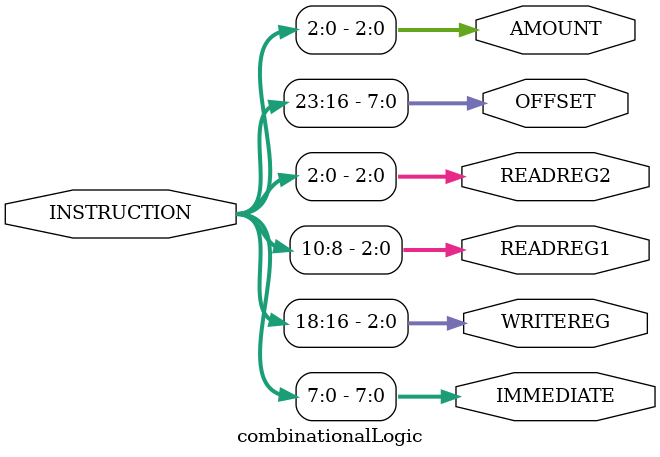
<source format=v>
module combinationalLogic(INSTRUCTION, WRITEREG, READREG1, READREG2, IMMEDIATE, OFFSET, AMOUNT);
    input [31:0] INSTRUCTION; // Input instruction word
    output [7:0] IMMEDIATE; // Output immediate value
    output [2:0] WRITEREG; // Output destination register 
    output [2:0] READREG1; // Output first source register
    output [2:0] READREG2; // Output second source register
    output [7:0] OFFSET; // Output offset value
    output [2:0] AMOUNT;

    // Assign destination register from bits 18 to 16 of the instruction
    assign #1 WRITEREG = INSTRUCTION[18:16];

    // Assign first source register from bits 10 to 8 of the instruction
    assign #1 READREG1 = INSTRUCTION[10:8];

    // Assign second source register from bits 2 to 0 of the instruction
    assign #1 READREG2 = INSTRUCTION[2:0];

    // Assign immediate value from bits 7 to 0 of the instruction
    assign #1 IMMEDIATE = INSTRUCTION[7:0];

    // Assign offset value from bits 23 to 16 of the instruction
    assign #1 OFFSET = INSTRUCTION[23:16];

    assign #1 AMOUNT = INSTRUCTION[2:0];

endmodule
</source>
